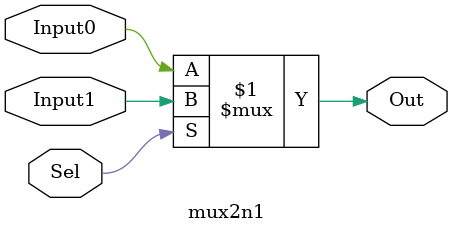
<source format=v>
`timescale 1ns / 1ps


module mux2n1(
       input Input0,
       input Input1,
       input Sel,
       output Out
    );
    
    assign Out = Sel ? Input1 : Input0;
endmodule

</source>
